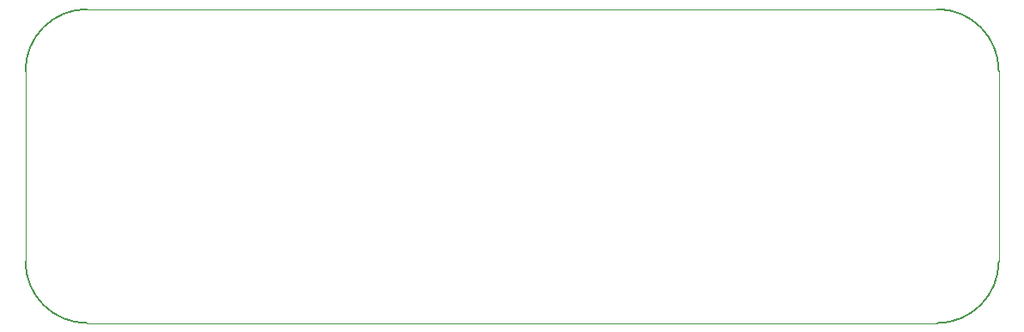
<source format=gbr>
%TF.GenerationSoftware,KiCad,Pcbnew,(6.0.10-0)*%
%TF.CreationDate,2023-02-16T19:20:25+01:00*%
%TF.ProjectId,openDTU_wDisplay,6f70656e-4454-4555-9f77-446973706c61,rev?*%
%TF.SameCoordinates,Original*%
%TF.FileFunction,Profile,NP*%
%FSLAX46Y46*%
G04 Gerber Fmt 4.6, Leading zero omitted, Abs format (unit mm)*
G04 Created by KiCad (PCBNEW (6.0.10-0)) date 2023-02-16 19:20:25*
%MOMM*%
%LPD*%
G01*
G04 APERTURE LIST*
%TA.AperFunction,Profile*%
%ADD10C,0.100000*%
%TD*%
%TA.AperFunction,Profile*%
%ADD11C,0.200000*%
%TD*%
G04 APERTURE END LIST*
D10*
X96012000Y-69596000D02*
X179832000Y-69596000D01*
D11*
X96012000Y-69596000D02*
G75*
G03*
X89916000Y-75692000I0J-6096000D01*
G01*
D10*
X89916000Y-75692000D02*
X89916000Y-94488000D01*
D11*
X179832000Y-100584000D02*
G75*
G03*
X185928000Y-94488000I0J6096000D01*
G01*
D10*
X179832000Y-100584000D02*
X96012000Y-100584000D01*
X185928000Y-75692000D02*
X185928000Y-94488000D01*
D11*
X89916000Y-94488000D02*
G75*
G03*
X96012000Y-100584000I6096000J0D01*
G01*
X185928000Y-75692000D02*
G75*
G03*
X179832000Y-69596000I-6096000J0D01*
G01*
M02*

</source>
